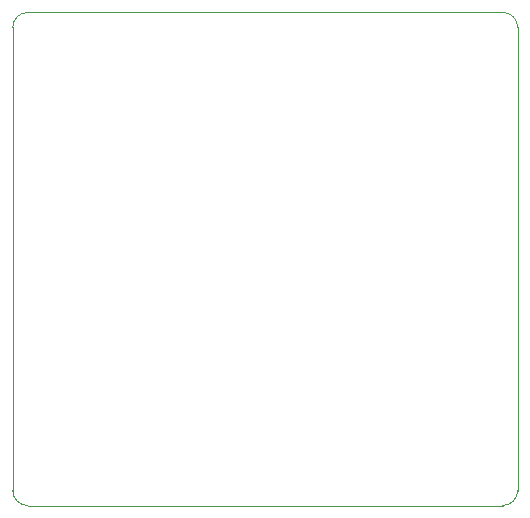
<source format=gbr>
%TF.GenerationSoftware,Altium Limited,Altium Designer,24.1.2 (44)*%
G04 Layer_Color=0*
%FSLAX45Y45*%
%MOMM*%
%TF.SameCoordinates,9F746DA8-F38A-4014-887F-1EC8760E2830*%
%TF.FilePolarity,Positive*%
%TF.FileFunction,Profile,NP*%
%TF.Part,Single*%
G01*
G75*
%TA.AperFunction,Profile*%
%ADD75C,0.02540*%
D75*
X6877000Y7300000D02*
G02*
X6750000Y7427000I0J127000D01*
G01*
Y11348000D01*
D02*
G02*
X6877000Y11475000I127000J0D01*
G01*
X10898000D01*
D02*
G02*
X11025000Y11348000I0J-127000D01*
G01*
Y7427000D01*
D02*
G02*
X10898000Y7300000I-127000J0D01*
G01*
X6877000D01*
%TF.MD5,af8579f85de1b17b38705f56e53b6826*%
M02*

</source>
